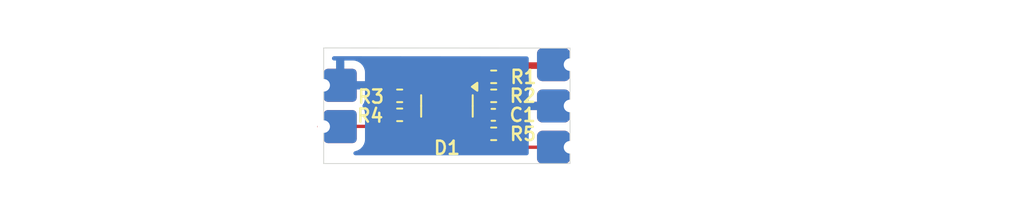
<source format=kicad_pcb>
(kicad_pcb (version 20240108) (generator "pcbnew") (generator_version "8.0")
  (layers (0 "F.Cu" signal "Front") (31 "B.Cu" signal "Back") (34 "B.Paste" user) (35 "F.Paste" user) (36 "B.SilkS" user "B.Silkscreen") (37 "F.SilkS" user "F.Silkscreen") (38 "B.Mask" user) (39 "F.Mask" user) (44 "Edge.Cuts" user))
  (net 0 "")
  (net 1 "Net-(D1-A)")
  (net 2 "Net-(D1-K-Pad3)")
  (net 3 "GND")
  (net 4 "Net-(J2-TH0)")
  (net 5 "Net-(J1-TH-0)")
  (net 6 "Net-(J2-5v)")
  (footprint "Resistor_SMD:R_0402_1005Metric" (layer "F.Cu") (at 84.88 49.1)
    (property "Reference" "R5" (at 1.77 0.01 180) (layer "F.SilkS") (effects (font (size 0.8 0.8))))
    (property "Value" "2.37k" (hide yes))
    (fp_line (start -0.153641 -0.38) (end 0.153641 -0.38) (stroke (width 0.12)) (layer "F.SilkS"))
    (fp_line (start -0.153641 0.38) (end 0.153641 0.38) (stroke (width 0.12)) (layer "F.SilkS"))
    (pad "1" smd roundrect (at -0.51 0) (size 0.54 0.64) (layers "F.Cu" "F.Paste" "F.Mask") (net 2 "Net-(D1-K-Pad3)"))
    (pad "2" smd roundrect (at 0.51 0) (size 0.54 0.64) (layers "F.Cu" "F.Paste" "F.Mask") (net 4 "Net-(J2-TH0)"))
  )
  (footprint "01_Solder_pads:2_pin_2.5pitch_solder_pads" (layer "F.Cu") (at 74.59 47.4125)
    (property "Reference" "J1" (hide yes))
    (property "Value" "~" (hide yes))
    (pad "1" thru_hole roundrect (at 0 -1.25) (size 2 2) (drill 0.762 (offset 1 0)) (layers "*.Cu" "*.Mask") (roundrect_rratio 0.125) (net 3 "GND"))
    (pad "2" thru_hole roundrect (at 0 1.25) (size 2 2) (drill 0.762 (offset 1 0)) (layers "*.Cu" "*.Mask") (roundrect_rratio 0.125) (net 5 "Net-(J1-TH-0)"))
  )
  (footprint "01_Solder_pads:3_pin_2.5pitch_solder_pads" (layer "F.Cu") (at 89.5 47.4125)
    (property "Reference" "J2" (hide yes))
    (property "Value" "~" (hide yes))
    (pad "1" thru_hole roundrect (at 0 -2.5) (size 2 2) (drill 0.762 (offset -1 0)) (layers "*.Cu" "*.Mask") (roundrect_rratio 0.1640419948) (net 6 "Net-(J2-5v)"))
    (pad "2" thru_hole roundrect (at 0 0) (size 2 2) (drill 0.762 (offset -1 0)) (layers "*.Cu" "*.Mask") (roundrect_rratio 0.1640419948) (net 3 "GND"))
    (pad "3" thru_hole roundrect (at 0 2.5) (size 2 2) (drill 0.762 (offset -1 0)) (layers "*.Cu" "*.Mask") (roundrect_rratio 0.1640419948) (net 4 "Net-(J2-TH0)"))
  )
  (footprint "Resistor_SMD:R_0402_1005Metric" (layer "F.Cu") (at 79.19 47.95)
    (property "Reference" "R4" (at -1.79 0.05 0) (layer "F.SilkS") (effects (font (size 0.8 0.8))))
    (property "Value" "2.37k" (hide yes))
    (fp_line (start -0.153641 -0.38) (end 0.153641 -0.38) (stroke (width 0.12)) (layer "F.SilkS"))
    (fp_line (start -0.153641 0.38) (end 0.153641 0.38) (stroke (width 0.12)) (layer "F.SilkS"))
    (pad "1" smd roundrect (at -0.51 0) (size 0.54 0.64) (layers "F.Cu" "F.Paste" "F.Mask") (net 5 "Net-(J1-TH-0)"))
    (pad "2" smd roundrect (at 0.51 0) (size 0.54 0.64) (layers "F.Cu" "F.Paste" "F.Mask") (net 2 "Net-(D1-K-Pad3)"))
  )
  (footprint "Resistor_SMD:R_0402_1005Metric" (layer "F.Cu") (at 84.88 46.8 180)
    (property "Reference" "R2" (at -1.76 0 180) (layer "F.SilkS") (effects (font (size 0.8 0.8))))
    (property "Value" "2k" (hide yes))
    (fp_line (start -0.153641 0.38) (end 0.153641 0.38) (stroke (width 0.12)) (layer "F.SilkS"))
    (fp_line (start -0.153641 -0.38) (end 0.153641 -0.38) (stroke (width 0.12)) (layer "F.SilkS"))
    (pad "1" smd roundrect (at -0.51 0 180) (size 0.54 0.64) (layers "F.Cu" "F.Paste" "F.Mask") (net 1 "Net-(D1-A)"))
    (pad "2" smd roundrect (at 0.51 0 180) (size 0.54 0.64) (layers "F.Cu" "F.Paste" "F.Mask") (net 3 "GND"))
  )
  (footprint "Resistor_SMD:R_0402_1005Metric" (layer "F.Cu") (at 79.19 46.8 180)
    (property "Reference" "R3" (at 1.74 -0.05 0) (layer "F.SilkS") (effects (font (size 0.8 0.8))))
    (property "Value" "4.7k" (hide yes))
    (fp_line (start -0.153641 0.38) (end 0.153641 0.38) (stroke (width 0.12)) (layer "F.SilkS"))
    (fp_line (start -0.153641 -0.38) (end 0.153641 -0.38) (stroke (width 0.12)) (layer "F.SilkS"))
    (pad "1" smd roundrect (at -0.51 0 180) (size 0.54 0.64) (layers "F.Cu" "F.Paste" "F.Mask") (net 1 "Net-(D1-A)"))
    (pad "2" smd roundrect (at 0.51 0 180) (size 0.54 0.64) (layers "F.Cu" "F.Paste" "F.Mask") (net 5 "Net-(J1-TH-0)"))
  )
  (footprint "Capacitor_SMD:C_0402_1005Metric" (layer "F.Cu") (at 84.86 47.95 180)
    (property "Reference" "C1" (at -1.77 -0.01 180) (layer "F.SilkS") (effects (font (size 0.8 0.8))))
    (property "Value" "0.1uf" (hide yes))
    (fp_line (start -0.107836 0.36) (end 0.107836 0.36) (stroke (width 0.12)) (layer "F.SilkS"))
    (fp_line (start -0.107836 -0.36) (end 0.107836 -0.36) (stroke (width 0.12)) (layer "F.SilkS"))
    (pad "1" smd roundrect (at -0.48 0 180) (size 0.56 0.62) (layers "F.Cu" "F.Paste" "F.Mask") (net 3 "GND"))
    (pad "2" smd roundrect (at 0.48 0 180) (size 0.56 0.62) (layers "F.Cu" "F.Paste" "F.Mask") (net 4 "Net-(J2-TH0)"))
  )
  (footprint "Resistor_SMD:R_0402_1005Metric" (layer "F.Cu") (at 84.88 45.65)
    (property "Reference" "R1" (at 1.8 0.01 180) (layer "F.SilkS") (effects (font (size 0.8 0.8))))
    (property "Value" "1k" (hide yes))
    (fp_line (start -0.153641 -0.38) (end 0.153641 -0.38) (stroke (width 0.12)) (layer "F.SilkS"))
    (fp_line (start -0.153641 0.38) (end 0.153641 0.38) (stroke (width 0.12)) (layer "F.SilkS"))
    (pad "1" smd roundrect (at -0.51 0) (size 0.54 0.64) (layers "F.Cu" "F.Paste" "F.Mask") (net 1 "Net-(D1-A)"))
    (pad "2" smd roundrect (at 0.51 0) (size 0.54 0.64) (layers "F.Cu" "F.Paste" "F.Mask") (net 6 "Net-(J2-5v)"))
  )
  (footprint "Package_TO_SOT_SMD:SOT-23" (layer "F.Cu") (at 82.05 47.4125 -90)
    (property "Reference" "D1" (at 2.5375 0 180) (layer "F.SilkS") (effects (font (size 0.8 0.8))))
    (property "Value" "BAV99" (hide yes))
    (fp_line (start 0 1.56) (end -0.65 1.56) (stroke (width 0.12)) (layer "F.SilkS"))
    (fp_line (start 0 1.56) (end 0.65 1.56) (stroke (width 0.12)) (layer "F.SilkS"))
    (fp_line (start 0 -1.56) (end -0.65 -1.56) (stroke (width 0.12)) (layer "F.SilkS"))
    (fp_line (start 0 -1.56) (end 0.65 -1.56) (stroke (width 0.12)) (layer "F.SilkS"))
    (fp_poly (pts (xy -1.1625 -1.51) (xy -1.4025 -1.84) (xy -0.9225 -1.84) (xy -1.1625 -1.51)) (stroke (width 0.12)) (fill solid) (layer "F.SilkS"))
    (pad "1" smd roundrect (at -0.9375 -0.95 270) (size 1.475 0.6) (layers "F.Cu" "F.Paste" "F.Mask") (net 3 "GND"))
    (pad "2" smd roundrect (at -0.9375 0.95 270) (size 1.475 0.6) (layers "F.Cu" "F.Paste" "F.Mask") (net 1 "Net-(D1-A)"))
    (pad "3" smd roundrect (at 0.9375 0 270) (size 1.475 0.6) (layers "F.Cu" "F.Paste" "F.Mask") (net 2 "Net-(D1-K-Pad3)"))
  )
  (gr_line (start 78.675 46.8) (end 78.675 47.95) (stroke (width 0.2)) (layer "F.Cu") (net 5))
  (gr_line (start 74.59 43.9) (end 89.5 43.9125) (stroke (width 0.05)) (layer "Edge.Cuts"))
  (gr_line (start 74.59 43.9) (end 74.59 50.9) (stroke (width 0.05)) (layer "Edge.Cuts"))
  (gr_line (start 89.5 43.9125) (end 89.5 50.9) (stroke (width 0.05)) (layer "Edge.Cuts"))
  (gr_line (start 74.59 50.9) (end 89.5 50.9) (stroke (width 0.05)) (layer "Edge.Cuts"))
  (segment (start 81.1 46.475) (end 82.325 45.25) (width 0.2) (layer "F.Cu") (net 1))
  (segment (start 83.84 45.25) (end 84.24 45.65) (width 0.2) (layer "F.Cu") (net 1))
  (segment (start 80.925 46.3) (end 81.1 46.475) (width 0.2) (layer "F.Cu") (net 1))
  (segment (start 84.24 45.65) (end 84.37 45.65) (width 0.2) (layer "F.Cu") (net 1))
  (segment (start 80.2 46.3) (end 80.925 46.3) (width 0.2) (layer "F.Cu") (net 1))
  (segment (start 79.7 46.8) (end 80.2 46.3) (width 0.2) (layer "F.Cu") (net 1))
  (segment (start 84.37 45.65) (end 84.37 45.78) (width 0.2) (layer "F.Cu") (net 1))
  (segment (start 82.325 45.25) (end 83.84 45.25) (width 0.2) (layer "F.Cu") (net 1))
  (segment (start 84.37 45.78) (end 85.39 46.8) (width 0.2) (layer "F.Cu") (net 1))
  (segment (start 83.62 48.35) (end 84.37 49.1) (width 0.2) (layer "F.Cu") (net 2))
  (segment (start 82.05 48.35) (end 80.1 48.35) (width 0.2) (layer "F.Cu") (net 2))
  (segment (start 80.1 48.35) (end 79.7 47.95) (width 0.2) (layer "F.Cu") (net 2))
  (segment (start 82.05 48.35) (end 83.62 48.35) (width 0.2) (layer "F.Cu") (net 2))
  (segment (start 84.37 46.8) (end 83.325 46.8) (width 0.2) (layer "F.Cu") (net 3))
  (segment (start 85.34 48.07) (end 85.34 47.9) (width 0.2) (layer "F.Cu") (net 3))
  (segment (start 83.325 46.8) (end 83 46.475) (width 0.2) (layer "F.Cu") (net 3))
  (segment (start 84.37 46.8) (end 84.37 46.98) (width 0.2) (layer "F.Cu") (net 3))
  (segment (start 84.37 46.98) (end 85.34 47.95) (width 0.2) (layer "F.Cu") (net 3))
  (segment (start 84.38 47.95) (end 84.38 48.09) (width 0.2) (layer "F.Cu") (net 4))
  (segment (start 85.39 49.1) (end 85.39 49.12) (width 0.2) (layer "F.Cu") (net 4))
  (segment (start 84.38 48.09) (end 85.39 49.1) (width 0.2) (layer "F.Cu") (net 4))
  (segment (start 86.1825 49.9125) (end 89.2595 49.9125) (width 0.2) (layer "F.Cu") (net 4))
  (segment (start 85.39 49.12) (end 86.1825 49.9125) (width 0.2) (layer "F.Cu") (net 4))
  (segment (start 89.2595 49.9) (end 89.2595 49.9125) (width 0.2) (layer "B.Cu") (net 4))
  (segment (start 74.3375 48.7) (end 74.3 48.6625) (width 0.2) (layer "F.Cu") (net 5))
  (segment (start 74.3 48.6625) (end 74.3125 48.65) (width 0.2) (layer "F.Cu") (net 5))
  (segment (start 74.3125 48.65) (end 77.98 48.65) (width 0.2) (layer "F.Cu") (net 5))
  (segment (start 78.69 47.95) (end 78.68 47.95) (width 0.2) (layer "F.Cu") (net 5))
  (segment (start 77.98 48.65) (end 78.68 47.95) (width 0.2) (layer "F.Cu") (net 5))
  (segment (start 89.1595 44.9125) (end 89.1595 44.97) (width 0.4) (layer "F.Cu") (net 6))
  (segment (start 85.4 45.65) (end 85.39 45.65) (width 0.4) (layer "F.Cu") (net 6))
  (segment (start 89.1595 44.97) (end 86.08 44.97) (width 0.4) (layer "F.Cu") (net 6))
  (segment (start 86.08 44.97) (end 85.4 45.65) (width 0.4) (layer "F.Cu") (net 6))
  (segment (start 89.05 44.8) (end 89.05 44.9125) (width 0.4) (layer "B.Cu") (net 6))
  (zone (net 0) (net_name "") (layer "F.Cu") (connect_pads (clearance 0)) (min_thickness 0.25)
    (keepout (tracks allowed) (vias allowed) (pads allowed) (copperpour not_allowed) (footprints allowed))
    (fill (thermal_gap 0.5) (thermal_bridge_width 0.5))
    (polygon (pts (xy 87.06 47.16) (xy 85.93 47.16) (xy 85.91 47.14) (xy 85.91 45.58) (xy 85.96 45.53) (xy 87.27 45.53) (xy 87.27 46.95)))
  )
  (zone (net 0) (net_name "") (layer "F.Cu") (connect_pads (clearance 0)) (min_thickness 0.25)
    (keepout (tracks allowed) (vias allowed) (pads allowed) (copperpour not_allowed) (footprints allowed))
    (fill (thermal_gap 0.5) (thermal_bridge_width 0.5))
    (polygon (pts (xy 83.175 44.075) (xy 83.175 47.275) (xy 83.05 47.4) (xy 78.25 47.4) (xy 78.225 47.425) (xy 78.225 48.275) (xy 75.475 48.275) (xy 75.1 47.9) (xy 75.1 44.95) (xy 74.925 44.775) (xy 74.7 44.775) (xy 74.7 44.075)))
  )
  (zone (net 0) (net_name "") (layer "F.Cu") (connect_pads (clearance 0)) (min_thickness 0.25)
    (keepout (tracks allowed) (vias allowed) (pads allowed) (copperpour not_allowed) (footprints allowed))
    (fill (thermal_gap 0.5) (thermal_bridge_width 0.5))
    (polygon (pts (xy 86.11 48.2) (xy 87.24 48.2) (xy 87.24 49.49) (xy 87.23 49.5) (xy 86.19 49.5) (xy 85.96 49.27) (xy 85.96 48.35)))
  )
  (zone (net 3) (net_name "GND") (layers "F&B.Cu") (connect_pads (clearance 0.5)) (min_thickness 0.25) (fill yes (thermal_gap 0.5) (thermal_bridge_width 0.5))
    (polygon (pts (xy 55 41) (xy 117 41) (xy 117 54) (xy 55 54.5)))
  )
)
</source>
